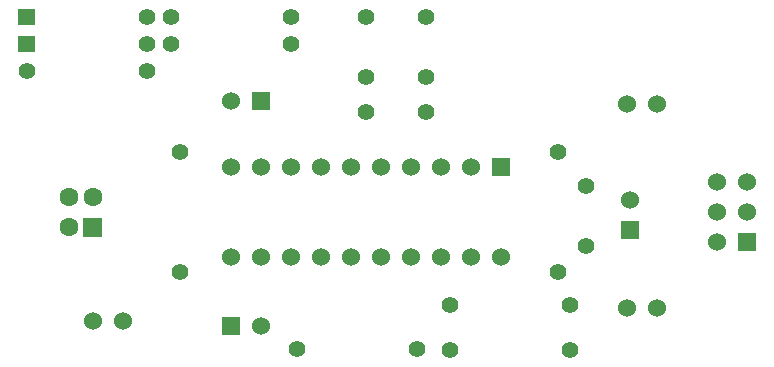
<source format=gbr>
G04 start of page 2 for group 0 idx 0 *
G04 Title: m0n5t3r tinyISP, top *
G04 Creator: pcb 1.99z *
G04 CreationDate: Mon 28 Apr 2014 05:03:51 PM GMT UTC *
G04 For: iacobs *
G04 Format: Gerber/RS-274X *
G04 PCB-Dimensions (mil): 2790.00 1510.00 *
G04 PCB-Coordinate-Origin: lower left *
%MOIN*%
%FSLAX25Y25*%
%LNTOP*%
%ADD17C,0.0900*%
%ADD16C,0.0276*%
%ADD15C,0.0630*%
%ADD14C,0.0001*%
%ADD13C,0.0600*%
%ADD12C,0.0550*%
%ADD11C,0.0250*%
G54D11*X95170Y52902D02*X95000Y52731D01*
G54D12*X68139Y47914D03*
G54D13*X49018Y31574D03*
X39018D03*
G54D14*G36*
X35850Y66150D02*Y59850D01*
X42150D01*
Y66150D01*
X35850D01*
G37*
G36*
X82000Y33000D02*Y27000D01*
X88000D01*
Y33000D01*
X82000D01*
G37*
G54D13*X85000Y105000D03*
X85170Y82902D03*
Y52902D03*
X95000Y30000D03*
G54D14*G36*
X92000Y108000D02*Y102000D01*
X98000D01*
Y108000D01*
X92000D01*
G37*
G54D13*X95170Y82902D03*
Y52902D03*
G54D15*X39000Y73000D03*
X31000D03*
Y63000D03*
G54D13*X227000Y36000D03*
X217000D03*
X217224Y104046D03*
G54D14*G36*
X215000Y65000D02*Y59000D01*
X221000D01*
Y65000D01*
X215000D01*
G37*
G54D13*X218000Y72000D03*
X227224Y104046D03*
G54D14*G36*
X254000Y61000D02*Y55000D01*
X260000D01*
Y61000D01*
X254000D01*
G37*
G54D13*X247000Y58000D03*
X257000Y68000D03*
X247000D03*
X257000Y78000D03*
X247000D03*
G54D14*G36*
X172170Y85902D02*Y79902D01*
X178170D01*
Y85902D01*
X172170D01*
G37*
G54D13*X165170Y82902D03*
X155170D03*
X145170D03*
X135170D03*
G54D12*X68139Y87914D03*
X57000Y115000D03*
Y133000D03*
Y124000D03*
X65000D03*
Y133000D03*
X17000Y115000D03*
G54D14*G36*
X14250Y135750D02*Y130250D01*
X19750D01*
Y135750D01*
X14250D01*
G37*
G36*
Y126750D02*Y121250D01*
X19750D01*
Y126750D01*
X14250D01*
G37*
G54D12*X105000Y124000D03*
Y133000D03*
X150000D03*
X150159Y101483D03*
X150000Y113000D03*
X130000D03*
Y133000D03*
X130159Y101483D03*
G54D13*X125170Y82902D03*
X115170D03*
X105170D03*
Y52902D03*
X115170D03*
X125170D03*
X135170D03*
G54D12*X107000Y22278D03*
G54D13*X145170Y52902D03*
X155170D03*
X165170D03*
X175170D03*
G54D12*X158000Y37000D03*
X198000D03*
X158000Y22027D03*
X198000D03*
X194000Y48000D03*
X147000Y22278D03*
X194000Y88000D03*
X203433Y56570D03*
Y76570D03*
G54D16*G54D17*G54D16*G54D17*G54D16*M02*

</source>
